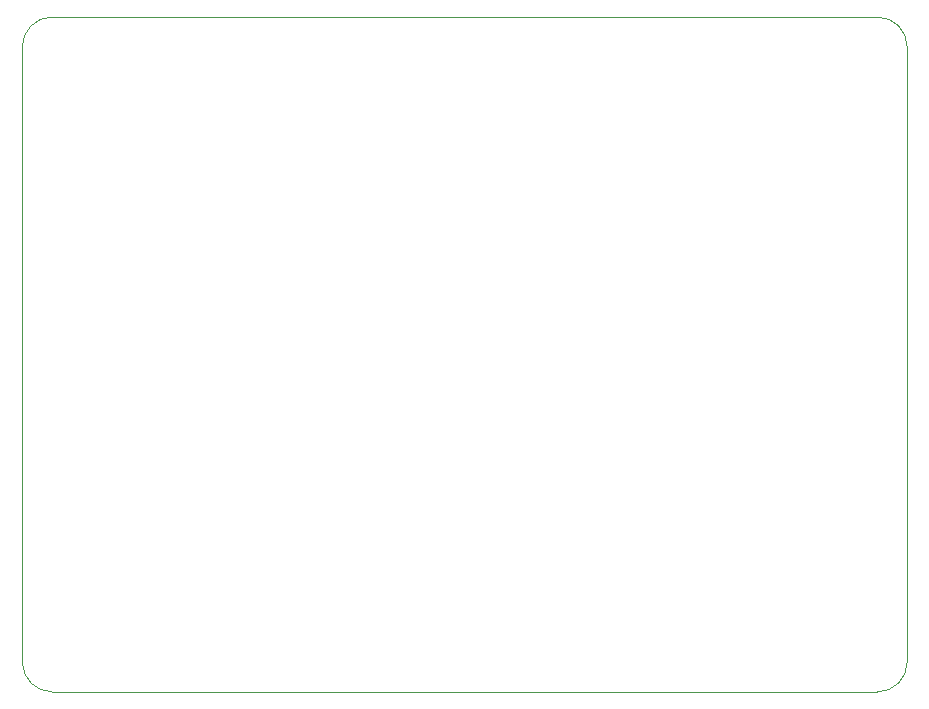
<source format=gbr>
%TF.GenerationSoftware,Altium Limited,Altium Designer,20.0.13 (296)*%
G04 Layer_Color=0*
%FSLAX45Y45*%
%MOMM*%
%TF.FileFunction,Profile,NP*%
%TF.Part,Single*%
G01*
G75*
%TA.AperFunction,Profile*%
%ADD125C,0.02540*%
D125*
X4000500Y5397500D02*
G02*
X3746500Y5651500I0J254000D01*
G01*
Y10858500D01*
D02*
G02*
X4000500Y11112500I254000J0D01*
G01*
X10985500D01*
D02*
G02*
X11239500Y10858500I0J-254000D01*
G01*
Y5651500D01*
D02*
G02*
X10985500Y5397500I-254000J0D01*
G01*
X4000500D01*
%TF.MD5,e643ece0d41aa96ce7b9a6beee693ce6*%
M02*

</source>
